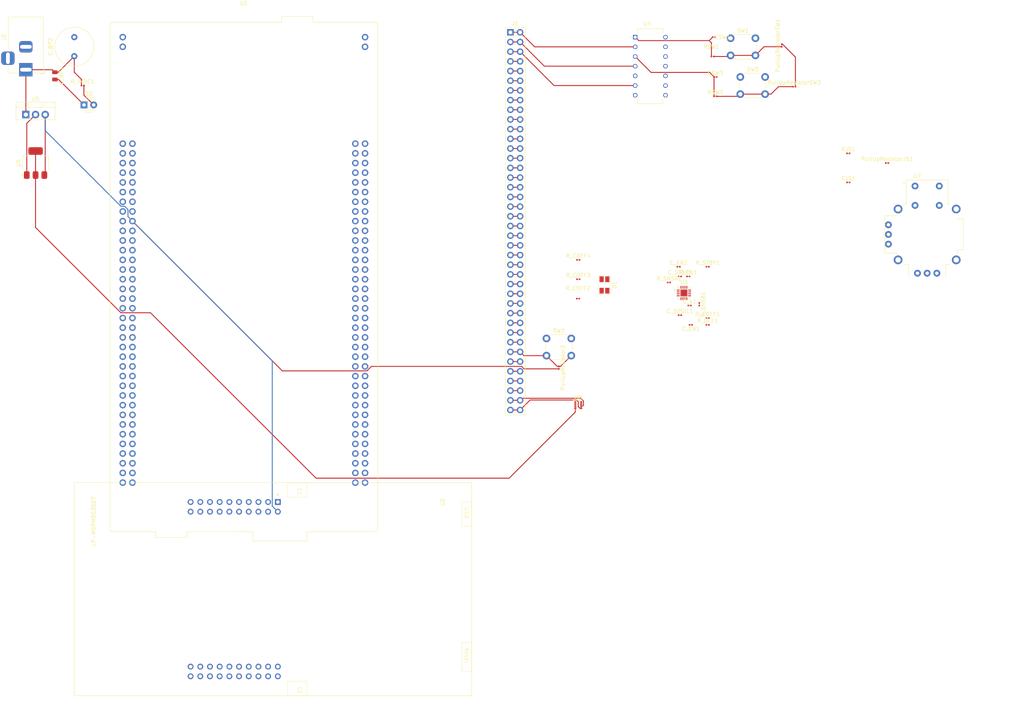
<source format=kicad_pcb>
(kicad_pcb (version 20241229) (generator "pcbnew") (generator_version "9.0")
  (title_block (title "Pedagogical PCB") (date "2025-09-22"))
  (layers (0 "F.Cu" signal) (2 "B.Cu" signal) (13 "F.Paste" user) (15 "B.Paste" user) (5 "F.SilkS" user "F.Silkscreen") (7 "B.SilkS" user "B.Silkscreen") (1 "F.Mask" user) (3 "B.Mask" user) (25 "Edge.Cuts" user))
  (net 0 "")
  (net 8 "Net-(J1-Pin_29)")
  (net 118 "Net-(J1-Pin_39)")
  (net 119 "Net-(J1-Pin_11)")
  (net 120 "Net-(J1-Pin_31)")
  (net 121 "Net-(J1-Pin_17)")
  (net 122 "Net-(J1-Pin_33)")
  (net 123 "Net-(U4-2A)")
  (net 124 "Net-(J1-Pin_19)")
  (net 125 "Net-(J1-Pin_13)")
  (net 126 "Net-(J1-Pin_35)")
  (net 127 "Net-(J1-Pin_37)")
  (net 128 "Net-(J1-Pin_21)")
  (net 129 "Net-(J1-Pin_23)")
  (net 130 "Net-(J1-Pin_25)")
  (net 131 "Net-(J1-Pin_5)")
  (net 132 "Net-(J1-Pin_10)")
  (net 133 "Net-(J1-Pin_15)")
  (net 134 "Net-(J1-Pin_7)")
  (net 136 "Net-(U3-SENSEA)")
  (net 137 "Net-(U3-SENSEB)")
  (net 138 "Net-(U4-3A)")
  (net 139 "Net-(U3-TOFF)")
  (net 140 "Net-(D2-A)")
  (net 141 "Net-(U3-STBY{slash}RESET)")
  (net 142 "/Button No Debouning")
  (net 143 "/Button1 Input")
  (net 144 "+5V")
  (net 145 "/Button2 Input")
  (net 146 "Net-(U3-EN{slash}FLT)")
  (net 147 "Net-(U7-SEL+)")
  (net 148 "Net-(J1-Pin_27)")
  (net 150 "Net-(J1-Pin_45)")
  (net 151 "Net-(J1-Pin_59)")
  (net 152 "Net-(J1-Pin_69)")
  (net 153 "Net-(J1-Pin_71)")
  (net 154 "Net-(J1-Pin_57)")
  (net 155 "Net-(J1-Pin_53)")
  (net 156 "Net-(J1-Pin_51)")
  (net 157 "Net-(J1-Pin_49)")
  (net 158 "Net-(J1-Pin_63)")
  (net 159 "Net-(J1-Pin_77)")
  (net 160 "Net-(J1-Pin_79)")
  (net 161 "Net-(J1-Pin_73)")
  (net 162 "Net-(J1-Pin_75)")
  (net 163 "Net-(J1-Pin_61)")
  (net 164 "Net-(J1-Pin_65)")
  (net 165 "Net-(J1-Pin_47)")
  (net 166 "Net-(J1-Pin_41)")
  (net 167 "Net-(J1-Pin_43)")
  (net 168 "Net-(J1-Pin_55)")
  (net 169 "+12V")
  (net 170 "GNDREF")
  (net 171 "Net-(J1-Pin_1)")
  (net 172 "Net-(J1-Pin_3)")
  (net 173 "VDD")
  (net 174 "Net-(D1-GK)")
  (net 175 "Net-(D1-RK)")
  (net 176 "Net-(D1-BK)")
  (net 181 "Net-(C_EN1-Pad1)")
  (net 186 "Net-(U4-1A)")
  (footprint "Resistor_SMD:R_0201_0603Metric" (layer "F.Cu") (at 199.0125 91.4925)
    (property "Reference" "R_COFF1")
    (property "Value" "1kOhm")
  )
  (footprint "Capacitor_SMD:C_0201_0603Metric" (layer "F.Cu") (at 201.05 28.23)
    (property "Reference" "CSW3")
    (property "Value" "0.47uF")
  )
  (footprint "Capacitor_SMD:C_0201_0603Metric" (layer "F.Cu") (at 191.3925 78.0025)
    (property "Reference" "C_EN2")
    (property "Value" "7.937nF")
  )
  (footprint "Capacitor_SMD:C_0201_0603Metric" (layer "F.Cu") (at 191.7375 80.5425)
    (property "Reference" "C_STBY1")
    (property "Value" "0.7937nF")
  )
  (footprint "Capacitor_SMD:C_0201_0603Metric" (layer "F.Cu") (at 191.7375 90.7025)
    (property "Reference" "C_SPOIL1")
    (property "Value" "6.875 uF")
  )
  (footprint "ECE319K:ti_LP_MSPM0G3507" (layer "F.Cu") (at 83.82 162.56 -90)
    (property "Reference" "U2")
    (property "Value" "LP-MSPM0G3507")
  )
  (footprint "Resistor_SMD:R_0201_0603Metric" (layer "F.Cu") (at 235.875 48.26)
    (property "Reference" "RJS1")
    (property "Value" "10 kOhm")
  )
  (footprint "Resistor_SMD:R_0201_0603Metric" (layer "F.Cu") (at 160.02 104.46 -90)
    (property "Reference" "PullUpResistor2")
    (property "Value" "10 kOhm")
  )
  (footprint "Resistor_SMD:R_0201_0603Metric" (layer "F.Cu") (at 196.8175 87.8425 -90)
    (property "Reference" "R_SNSB1")
    (property "Value" "330 mOhm")
  )
  (footprint "Resistor_SMD:R_0201_0603Metric" (layer "F.Cu") (at 165.1 76.2)
    (property "Reference" "R_COFF4")
    (property "Value" "100Ohm")
  )
  (footprint "Resistor_SMD:R_0201_0603Metric" (layer "F.Cu") (at 200.315 22.86)
    (property "Reference" "RSW1")
    (property "Value" "10kOhm")
  )
  (footprint "Resistor_SMD:R_0201_0603Metric" (layer "F.Cu") (at 35.215 30.48)
    (property "Reference" "R_INDC1")
    (property "Value" "5.5k ohm")
  )
  (footprint "Joystick:XDCR_COM-09032" (layer "F.Cu") (at 256.54 69.5325)
    (property "Reference" "U7")
    (property "Value" "COM-09032")
  )
  (footprint "Resistor_SMD:R_0201_0603Metric" (layer "F.Cu") (at 199.0125 93.2425)
    (property "Reference" "R_OFF1")
    (property "Value" "47kOhm")
  )
  (footprint "Connector_PinHeader_2.54mm:PinHeader_2x40_P2.54mm_Vertical" (layer "F.Cu") (at 147.32 16.51)
    (property "Reference" "J1")
    (property "Value" "Conn_02x40_Counter_Clockwise")
  )
  (footprint "Capacitor_SMD:C_0805_2012Metric" (layer "F.Cu") (at 27.94 27.94 -90)
    (property "Reference" "C_BP1")
    (property "Value" "0.1 uf")
  )
  (footprint "Capacitor_THT:C_Radial_D10.0mm_H20.0mm_P5.00mm" (layer "F.Cu") (at 33.02 22.78 90)
    (property "Reference" "C_BP2")
    (property "Value" "47 uf")
  )
  (footprint "Button_Switch_THT:SW_PUSH_6mm_H7.3mm" (layer "F.Cu") (at 207.57 28.23)
    (property "Reference" "SW3")
    (property "Value" "SW_Push")
  )
  (footprint "Capacitor_SMD:C_0201_0603Metric" (layer "F.Cu") (at 194.2775 88.1625)
    (property "Reference" "C_s1")
    (property "Value" "0.6875 uF")
  )
  (footprint "LED_THT:LED_D3.0mm_FlatTop" (layer "F.Cu") (at 35.56 35.56)
    (property "Reference" "D2")
    (property "Value" "LED")
  )
  (footprint "Package_DFN_QFN:VQFN-16-1EP_3x3mm_P0.5mm_EP1.8x1.8mm" (layer "F.Cu") (at 192.79 84.8725)
    (property "Reference" "U3")
    (property "Value" "STSPIN220")
  )
  (footprint "LED_SMD:LED_Avago_PLCC4_3.2x2.8mm_CW" (layer "F.Cu") (at 171.97 82.78 -90)
    (property "Reference" "D1")
    (property "Value" "ASMB-MTB1-0A3A2")
  )
  (footprint "Resistor_SMD:R_0201_0603Metric" (layer "F.Cu") (at 165.055 86.36)
    (property "Reference" "R_COFF2")
    (property "Value" "100Ohm")
  )
  (footprint "Button_Switch_THT:SW_PUSH_6mm_H7.3mm" (layer "F.Cu") (at 205.03 18.07)
    (property "Reference" "SW1")
    (property "Value" "SW_Push")
  )
  (footprint "Resistor_SMD:R_0201_0603Metric" (layer "F.Cu") (at 165.1 81.28)
    (property "Reference" "R_COFF3")
    (property "Value" "100Ohm")
  )
  (footprint "Capacitor_SMD:C_0201_0603Metric" (layer "F.Cu") (at 235.875 55.88)
    (property "Reference" "CJS1")
    (property "Value" "0.47 uF")
  )
  (footprint "Resistor_SMD:R_0201_0603Metric" (layer "F.Cu") (at 218.44 19.975 90)
    (property "Reference" "PullUpResistorSW1")
    (property "Value" "10kOhm")
  )
  (footprint "Capacitor_SMD:C_0201_0603Metric" (layer "F.Cu") (at 194.5975 93.2425 180)
    (property "Reference" "C_EN1")
    (property "Value" "22 nF")
  )
  (footprint "Resistor_SMD:R_0201_0603Metric" (layer "F.Cu") (at 188.8525 82.1225)
    (property "Reference" "R_SNSA1")
    (property "Value" "330 mOhm")
  )
  (footprint "Package_TO_SOT_THT:TO-220-3_Vertical" (layer "F.Cu") (at 20.32 38.1)
    (property "Reference" "U5")
    (property "Value" "LM7805_TO220")
  )
  (footprint "Schmitt:DIP794W45P254L1969H508Q14" (layer "F.Cu") (at 183.99 25.4)
    (property "Reference" "U4")
    (property "Value" "SN74AHC14N")
  )
  (footprint "Module:ST_Morpho_Connector_144_STLink" (layer "F.Cu") (at 45.72 45.72)
    (property "Reference" "U1")
    (property "Value" "NUCLEO64-F411RE")
  )
  (footprint "Resistor_SMD:R_0201_0603Metric" (layer "F.Cu") (at 246.035 50.8)
    (property "Reference" "PullUpResistorJS1")
    (property "Value" "10 kOhm")
  )
  (footprint "Button_Switch_THT:SW_PUSH_6mm_H7.3mm" (layer "F.Cu") (at 156.77 96.81)
    (property "Reference" "SW2")
    (property "Value" "SW_Push")
  )
  (footprint "OptoDevice:Broadcom_LGA-8_2x2mm_P0.53mm" (layer "F.Cu") (at 165.1 114.3)
    (property "Reference" "U8")
    (property "Value" "APDS-9306")
  )
  (footprint "Resistor_SMD:R_0201_0603Metric" (layer "F.Cu") (at 221.69 30.77)
    (property "Reference" "PullUpResistorSW3")
    (property "Value" "10kOhm")
  )
  (footprint "Capacitor_SMD:C_0201_0603Metric" (layer "F.Cu") (at 200.66 17.78 180)
    (property "Reference" "CSW1")
    (property "Value" "0.47uF")
  )
  (footprint "Connector_BarrelJack:BarrelJack_Horizontal" (layer "F.Cu") (at 20.32 26.32 -90)
    (property "Reference" "J2")
    (property "Value" "Barrel_Jack")
  )
  (footprint "Package_TO_SOT_SMD:SOT-223-3_TabPin2" (layer "F.Cu") (at 22.86 50.8 90)
    (property "Reference" "U6")
    (property "Value" "TLV1117-33")
  )
  (footprint "Resistor_SMD:R_0201_0603Metric" (layer "F.Cu") (at 199.0125 78.0025)
    (property "Reference" "R_STBY1")
    (property "Value" "18kOhm")
  )
  (footprint "Resistor_SMD:R_0201_0603Metric" (layer "F.Cu") (at 201.005 33.31)
    (property "Reference" "RSW3")
    (property "Value" "10 kOhm")
  )
  (footprint "Resistor_SMD:R_0201_0603Metric" (layer "F.Cu") (at 193.9325 80.5425)
    (property "Reference" "R_EN1")
    (property "Value" "18kOhm")
  )
  (segment (start 147.32 52.07) (end 149.86 52.07) (width 0.25) (layer "F.Cu") (net 8))
  (segment (start 147.32 64.77) (end 149.86 64.77) (width 0.25) (layer "F.Cu") (net 118))
  (segment (start 147.32 29.21) (end 149.86 29.21) (width 0.25) (layer "F.Cu") (net 119))
  (segment (start 147.32 54.61) (end 149.86 54.61) (width 0.25) (layer "F.Cu") (net 120))
  (segment (start 147.32 36.83) (end 149.86 36.83) (width 0.25) (layer "F.Cu") (net 121))
  (segment (start 147.32 57.15) (end 149.86 57.15) (width 0.25) (layer "F.Cu") (net 122))
  (segment (start 184.189 27.029) (end 180.02 22.86) (width 0.25) (layer "F.Cu") (net 123))
  (segment (start 199.529 27.029) (end 184.189 27.029) (width 0.25) (layer "F.Cu") (net 123))
  (segment (start 200.73 28.23) (end 199.529 27.029) (width 0.25) (layer "F.Cu") (net 123))
  (segment (start 200.685 28.275) (end 200.73 28.23) (width 0.25) (layer "F.Cu") (net 123))
  (segment (start 200.685 33.31) (end 200.685 28.275) (width 0.25) (layer "F.Cu") (net 123))
  (segment (start 147.32 39.37) (end 149.86 39.37) (width 0.25) (layer "F.Cu") (net 124))
  (segment (start 147.32 31.75) (end 149.86 31.75) (width 0.25) (layer "F.Cu") (net 125))
  (segment (start 147.32 59.69) (end 149.86 59.69) (width 0.25) (layer "F.Cu") (net 126))
  (segment (start 147.32 62.23) (end 149.86 62.23) (width 0.25) (layer "F.Cu") (net 127))
  (segment (start 147.32 41.91) (end 149.86 41.91) (width 0.25) (layer "F.Cu") (net 128))
  (segment (start 147.32 44.45) (end 149.86 44.45) (width 0.25) (layer "F.Cu") (net 129))
  (segment (start 147.32 46.99) (end 149.86 46.99) (width 0.25) (layer "F.Cu") (net 130))
  (segment (start 147.32 21.59) (end 149.86 21.59) (width 0.25) (layer "F.Cu") (net 131))
  (segment (start 158.75 30.48) (end 180.02 30.48) (width 0.25) (layer "F.Cu") (net 131))
  (segment (start 149.86 21.59) (end 158.75 30.48) (width 0.25) (layer "F.Cu") (net 131))
  (segment (start 147.32 26.67) (end 149.86 26.67) (width 0.25) (layer "F.Cu") (net 132))
  (segment (start 147.32 34.29) (end 149.86 34.29) (width 0.25) (layer "F.Cu") (net 133))
  (segment (start 147.32 24.13) (end 149.86 24.13) (width 0.25) (layer "F.Cu") (net 134))
  (segment (start 35.535 32.995) (end 38.1 35.56) (width 0.25) (layer "F.Cu") (net 140))
  (segment (start 35.535 30.48) (end 35.535 32.995) (width 0.25) (layer "F.Cu") (net 140))
  (segment (start 160.44 104.14) (end 163.27 101.31) (width 0.25) (layer "F.Cu") (net 142))
  (segment (start 160.02 104.14) (end 159.6 104.14) (width 0.25) (layer "F.Cu") (net 142))
  (segment (start 147.32 100.33) (end 149.86 100.33) (width 0.25) (layer "F.Cu") (net 142))
  (segment (start 159.6 104.14) (end 156.77 101.31) (width 0.25) (layer "F.Cu") (net 142))
  (segment (start 160.02 104.14) (end 160.44 104.14) (width 0.25) (layer "F.Cu") (net 142))
  (segment (start 150.84 101.31) (end 149.86 100.33) (width 0.25) (layer "F.Cu") (net 142))
  (segment (start 156.77 101.31) (end 150.84 101.31) (width 0.25) (layer "F.Cu") (net 142))
  (segment (start 211.53 22.57) (end 213.805 20.295) (width 0.25) (layer "F.Cu") (net 143))
  (segment (start 213.805 20.295) (end 218.44 20.295) (width 0.25) (layer "F.Cu") (net 143))
  (segment (start 204.74 22.86) (end 205.03 22.57) (width 0.25) (layer "F.Cu") (net 143))
  (segment (start 205.03 22.57) (end 211.53 22.57) (width 0.25) (layer "F.Cu") (net 143))
  (segment (start 200.635 22.86) (end 204.74 22.86) (width 0.25) (layer "F.Cu") (net 143))
  (segment (start 25.4 53.71) (end 25.16 53.95) (width 0.25) (layer "F.Cu") (net 144))
  (segment (start 222.01 23.025001) (end 222.01 30.77) (width 0.25) (layer "F.Cu") (net 144))
  (segment (start 150.253116 104.14) (end 110.883116 104.14) (width 0.25) (layer "F.Cu") (net 144))
  (segment (start 87.536 105.316) (end 48.26 66.04) (width 0.25) (layer "F.Cu") (net 144))
  (segment (start 109.707116 105.316) (end 87.536 105.316) (width 0.25) (layer "F.Cu") (net 144))
  (segment (start 150.893116 104.78) (end 150.253116 104.14) (width 0.25) (layer "F.Cu") (net 144))
  (segment (start 218.44 19.655) (end 218.639999 19.655) (width 0.25) (layer "F.Cu") (net 144))
  (segment (start 160.02 104.78) (end 150.893116 104.78) (width 0.25) (layer "F.Cu") (net 144))
  (segment (start 110.883116 104.14) (end 109.707116 105.316) (width 0.25) (layer "F.Cu") (net 144))
  (segment (start 218.639999 19.655) (end 222.01 23.025001) (width 0.25) (layer "F.Cu") (net 144))
  (segment (start 25.4 38.1) (end 25.4 53.71) (width 0.25) (layer "F.Cu") (net 144))
  (segment (start 25.4 38.1) (end 25.4 42.303116) (width 0.25) (layer "B.Cu") (net 144))
  (segment (start 48.26 66.04) (end 84.906 102.686) (width 0.25) (layer "B.Cu") (net 144))
  (segment (start 84.906 102.686) (end 84.906 140.786) (width 0.25) (layer "B.Cu") (net 144))
  (segment (start 25.4 42.303116) (end 45.232884 62.136) (width 0.25) (layer "B.Cu") (net 144))
  (segment (start 84.906 140.786) (end 86.36 142.24) (width 0.25) (layer "B.Cu") (net 144))
  (segment (start 46.207116 62.136) (end 47.084 63.012884) (width 0.25) (layer "B.Cu") (net 144))
  (segment (start 47.084 63.012884) (end 47.084 64.864) (width 0.25) (layer "B.Cu") (net 144))
  (segment (start 47.084 64.864) (end 48.26 66.04) (width 0.25) (layer "B.Cu") (net 144))
  (segment (start 45.232884 62.136) (end 46.207116 62.136) (width 0.25) (layer "B.Cu") (net 144))
  (segment (start 214.07 32.73) (end 215.61 32.73) (width 0.25) (layer "F.Cu") (net 145))
  (segment (start 207.57 32.73) (end 214.07 32.73) (width 0.25) (layer "F.Cu") (net 145))
  (segment (start 201.325 33.31) (end 206.99 33.31) (width 0.25) (layer "F.Cu") (net 145))
  (segment (start 206.99 33.31) (end 207.57 32.73) (width 0.25) (layer "F.Cu") (net 145))
  (segment (start 215.61 32.73) (end 217.57 30.77) (width 0.25) (layer "F.Cu") (net 145))
  (segment (start 217.57 30.77) (end 221.37 30.77) (width 0.25) (layer "F.Cu") (net 145))
  (segment (start 147.32 49.53) (end 149.86 49.53) (width 0.25) (layer "F.Cu") (net 148))
  (segment (start 147.32 72.39) (end 149.86 72.39) (width 0.25) (layer "F.Cu") (net 150))
  (segment (start 147.32 90.17) (end 149.86 90.17) (width 0.25) (layer "F.Cu") (net 151))
  (segment (start 147.32 102.87) (end 149.86 102.87) (width 0.25) (layer "F.Cu") (net 152))
  (segment (start 147.32 105.41) (end 149.86 105.41) (width 0.25) (layer "F.Cu") (net 153))
  (segment (start 147.32 87.63) (end 149.86 87.63) (width 0.25) (layer "F.Cu") (net 154))
  (segment (start 147.32 82.55) (end 149.86 82.55) (width 0.25) (layer "F.Cu") (net 155))
  (segment (start 147.32 80.01) (end 149.86 80.01) (width 0.25) (layer "F.Cu") (net 156))
  (segment (start 147.32 77.47) (end 149.86 77.47) (width 0.25) (layer "F.Cu") (net 157))
  (segment (start 147.32 95.25) (end 149.86 95.25) (width 0.25) (layer "F.Cu") (net 158))
  (segment (start 150.387 112.503) (end 165.74625 112.503) (width 0.25) (layer "F.Cu") (net 159))
  (segment (start 149.86 113.03) (end 150.387 112.503) (width 0.25) (layer "F.Cu") (net 159))
  (segment (start 165.74625 112.503) (end 166.451 113.20775) (width 0.25) (layer "F.Cu") (net 159))
  (segment (start 166.451 113.20775) (end 166.451 114.33225) (width 0.25) (layer "F.Cu") (net 159))
  (segment (start 147.32 113.03) (end 149.86 113.03) (width 0.25) (layer "F.Cu") (net 159))
  (segment (start 166.451 114.33225) (end 166.21825 114.565) (width 0.25) (layer "F.Cu") (net 159))
  (segment (start 165.1 113.38175) (end 165.1 114.68825) (width 0.25) (layer "F.Cu") (net 160))
  (segment (start 165.52775 115.116) (end 165.8625 115.116) (width 0.25) (layer "F.Cu") (net 160))
  (segment (start 164.67225 112.954) (end 165.1 113.38175) (width 0.25) (layer "F.Cu") (net 160))
  (segment (start 147.32 115.57) (end 149.86 115.57) (width 0.25) (layer "F.Cu") (net 160))
  (segment (start 165.1 114.68825) (end 165.52775 115.116) (width 0.25) (layer "F.Cu") (net 160))
  (segment (start 149.86 115.57) (end 152.476 112.954) (width 0.25) (layer "F.Cu") (net 160))
  (segment (start 152.476 112.954) (end 164.67225 112.954) (width 0.25) (layer "F.Cu") (net 160))
  (segment (start 147.32 107.95) (end 149.86 107.95) (width 0.25) (layer "F.Cu") (net 161))
  (segment (start 147.32 110.49) (end 149.86 110.49) (width 0.25) (layer "F.Cu") (net 162))
  (segment (start 147.32 92.71) (end 149.86 92.71) (width 0.25) (layer "F.Cu") (net 163))
  (segment (start 147.32 97.79) (end 149.86 97.79) (width 0.25) (layer "F.Cu") (net 164))
  (segment (start 147.32 74.93) (end 149.86 74.93) (width 0.25) (layer "F.Cu") (net 165))
  (segment (start 147.32 67.31) (end 149.86 67.31) (width 0.25) (layer "F.Cu") (net 166))
  (segment (start 147.32 69.85) (end 149.86 69.85) (width 0.25) (layer "F.Cu") (net 167))
  (segment (start 147.32 85.09) (end 149.86 85.09) (width 0.25) (layer "F.Cu") (net 168))
  (segment (start 27.94 26.99) (end 28.81 26.99) (width 0.25) (layer "F.Cu") (net 169))
  (segment (start 33.02 22.78) (end 33.02 26.99) (width 0.25) (layer "F.Cu") (net 169))
  (segment (start 27.27 26.32) (end 27.94 26.99) (width 0.25) (layer "F.Cu") (net 169))
  (segment (start 20.32 26.32) (end 27.27 26.32) (width 0.25) (layer "F.Cu") (net 169))
  (segment (start 28.81 26.99) (end 33.02 22.78) (width 0.25) (layer "F.Cu") (net 169))
  (segment (start 34.895 28.865) (end 34.895 30.48) (width 0.25) (layer "F.Cu") (net 169))
  (segment (start 33.02 26.99) (end 34.895 28.865) (width 0.25) (layer "F.Cu") (net 169))
  (segment (start 20.32 26.32) (end 20.32 38.1) (width 0.25) (layer "F.Cu") (net 169))
  (segment (start 28.89 28.89) (end 35.56 35.56) (width 0.25) (layer "F.Cu") (net 170))
  (segment (start 20.56 40.4) (end 20.56 53.95) (width 0.25) (layer "F.Cu") (net 170))
  (segment (start 22.86 38.1) (end 20.56 40.4) (width 0.25) (layer "F.Cu") (net 170))
  (segment (start 27.94 28.89) (end 28.89 28.89) (width 0.25) (layer "F.Cu") (net 170))
  (segment (start 147.32 16.51) (end 149.86 16.51) (width 0.25) (layer "F.Cu") (net 171))
  (segment (start 153.67 20.32) (end 180.02 20.32) (width 0.25) (layer "F.Cu") (net 171))
  (segment (start 149.86 16.51) (end 153.67 20.32) (width 0.25) (layer "F.Cu") (net 171))
  (segment (start 147.32 19.05) (end 149.86 19.05) (width 0.25) (layer "F.Cu") (net 172))
  (segment (start 156.21 25.4) (end 180.02 25.4) (width 0.25) (layer "F.Cu") (net 172))
  (segment (start 149.86 19.05) (end 156.21 25.4) (width 0.25) (layer "F.Cu") (net 172))
  (segment (start 96.369306 133.444) (end 146.992 133.444) (width 0.25) (layer "F.Cu") (net 173))
  (segment (start 45.232884 90.076) (end 53.001306 90.076) (width 0.25) (layer "F.Cu") (net 173))
  (segment (start 22.86 53.95) (end 22.86 47.65) (width 0.25) (layer "F.Cu") (net 173))
  (segment (start 53.001306 90.076) (end 96.369306 133.444) (width 0.25) (layer "F.Cu") (net 173))
  (segment (start 22.86 53.95) (end 22.86 67.703116) (width 0.25) (layer "F.Cu") (net 173))
  (segment (start 22.86 67.703116) (end 45.232884 90.076) (width 0.25) (layer "F.Cu") (net 173))
  (segment (start 164.3375 116.0985) (end 164.3375 115.116) (width 0.25) (layer "F.Cu") (net 173))
  (segment (start 146.992 133.444) (end 164.3375 116.0985) (width 0.25) (layer "F.Cu") (net 173))
  (segment (start 199.429 18.691) (end 180.931 18.691) (width 0.25) (layer "F.Cu") (net 186))
  (segment (start 199.995 19.257) (end 199.429 18.691) (width 0.25) (layer "F.Cu") (net 186))
  (segment (start 199.995 22.86) (end 199.995 19.257) (width 0.25) (layer "F.Cu") (net 186))
  (segment (start 180.931 18.691) (end 180.02 17.78) (width 0.25) (layer "F.Cu") (net 186))
  (segment (start 200.34 17.78) (end 199.429 18.691) (width 0.25) (layer "F.Cu") (net 186))
)
</source>
